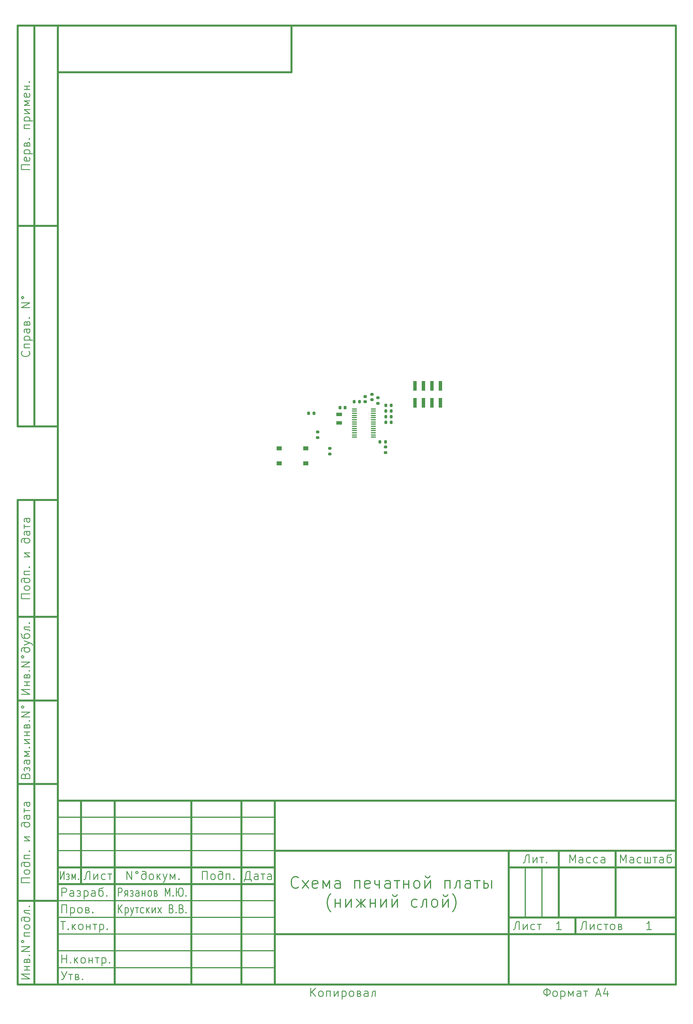
<source format=gbr>
%TF.GenerationSoftware,KiCad,Pcbnew,(6.0.0)*%
%TF.CreationDate,2022-01-12T10:47:11+03:00*%
%TF.ProjectId,Curse_PCB,43757273-655f-4504-9342-2e6b69636164,rev?*%
%TF.SameCoordinates,Original*%
%TF.FileFunction,Paste,Top*%
%TF.FilePolarity,Positive*%
%FSLAX46Y46*%
G04 Gerber Fmt 4.6, Leading zero omitted, Abs format (unit mm)*
G04 Created by KiCad (PCBNEW (6.0.0)) date 2022-01-12 10:47:11*
%MOMM*%
%LPD*%
G01*
G04 APERTURE LIST*
G04 Aperture macros list*
%AMRoundRect*
0 Rectangle with rounded corners*
0 $1 Rounding radius*
0 $2 $3 $4 $5 $6 $7 $8 $9 X,Y pos of 4 corners*
0 Add a 4 corners polygon primitive as box body*
4,1,4,$2,$3,$4,$5,$6,$7,$8,$9,$2,$3,0*
0 Add four circle primitives for the rounded corners*
1,1,$1+$1,$2,$3*
1,1,$1+$1,$4,$5*
1,1,$1+$1,$6,$7*
1,1,$1+$1,$8,$9*
0 Add four rect primitives between the rounded corners*
20,1,$1+$1,$2,$3,$4,$5,0*
20,1,$1+$1,$4,$5,$6,$7,0*
20,1,$1+$1,$6,$7,$8,$9,0*
20,1,$1+$1,$8,$9,$2,$3,0*%
G04 Aperture macros list end*
%ADD10C,0.100000*%
%ADD11C,0.600000*%
%ADD12C,0.300000*%
%ADD13C,0.250000*%
%ADD14C,0.350000*%
%ADD15C,0.500000*%
%ADD16R,1.800000X1.000000*%
%ADD17RoundRect,0.225000X0.225000X0.250000X-0.225000X0.250000X-0.225000X-0.250000X0.225000X-0.250000X0*%
%ADD18RoundRect,0.225000X0.250000X-0.225000X0.250000X0.225000X-0.250000X0.225000X-0.250000X-0.225000X0*%
%ADD19RoundRect,0.100000X-0.637500X-0.100000X0.637500X-0.100000X0.637500X0.100000X-0.637500X0.100000X0*%
%ADD20RoundRect,0.200000X-0.275000X0.200000X-0.275000X-0.200000X0.275000X-0.200000X0.275000X0.200000X0*%
%ADD21RoundRect,0.200000X0.200000X0.275000X-0.200000X0.275000X-0.200000X-0.275000X0.200000X-0.275000X0*%
%ADD22RoundRect,0.200000X0.275000X-0.200000X0.275000X0.200000X-0.275000X0.200000X-0.275000X-0.200000X0*%
%ADD23RoundRect,0.200000X-0.200000X-0.275000X0.200000X-0.275000X0.200000X0.275000X-0.200000X0.275000X0*%
%ADD24R,1.550000X1.300000*%
%ADD25R,1.000000X3.000000*%
G04 APERTURE END LIST*
D10*
D11*
X20000000Y-292002200D02*
X20000000Y-5000000D01*
X205007200Y-5000000D01*
X205007200Y-292002200D01*
X20000000Y-292002200D01*
D10*
D11*
X8000000Y-232002200D02*
X20000000Y-232002200D01*
D10*
D11*
X8000000Y-207002200D02*
X20000000Y-207002200D01*
D10*
D11*
X8000000Y-182002200D02*
X20000000Y-182002200D01*
D10*
D11*
X90000000Y-5000000D02*
X90000000Y-19000000D01*
D10*
D11*
X20000000Y-19000000D02*
X90000000Y-19000000D01*
D10*
D11*
X8000000Y-147002200D02*
X20000000Y-147002200D01*
D10*
D11*
X8000000Y-292002200D02*
X20000000Y-292002200D01*
D10*
D11*
X8000000Y-267002200D02*
X20000000Y-267002200D01*
D10*
D11*
X85007200Y-237002200D02*
X85007200Y-292002200D01*
D10*
D11*
X75007200Y-237002200D02*
X75007200Y-292002200D01*
D10*
D11*
X60007200Y-237002200D02*
X60007200Y-292002200D01*
D10*
D11*
X37007200Y-237002200D02*
X37007200Y-292002200D01*
D10*
D11*
X27007200Y-237002200D02*
X27007200Y-262002200D01*
D10*
D12*
X20007200Y-252002200D02*
X85007200Y-252002200D01*
D10*
D12*
X20007200Y-247002200D02*
X85007200Y-247002200D01*
D10*
D12*
X20007200Y-242002200D02*
X85007200Y-242002200D01*
D10*
D11*
X20007200Y-262002200D02*
X85007200Y-262002200D01*
D10*
D11*
X20007200Y-257002200D02*
X85007200Y-257002200D01*
D10*
D12*
X20007200Y-287002200D02*
X85007200Y-287002200D01*
D10*
D12*
X20007200Y-282002200D02*
X85007200Y-282002200D01*
D10*
D12*
X20007200Y-277002200D02*
X85007200Y-277002200D01*
D10*
D12*
X20007200Y-272002200D02*
X85007200Y-272002200D01*
D10*
D12*
X20007200Y-267002200D02*
X85007200Y-267002200D01*
D10*
D11*
X20007200Y-237002200D02*
X205007200Y-237002200D01*
D10*
D11*
X8000000Y-147002200D02*
X8000000Y-292002200D01*
D10*
D11*
X13000000Y-147002200D02*
X13000000Y-292002200D01*
D10*
D12*
X160007200Y-257002200D02*
X160007200Y-272002200D01*
D10*
D12*
X165007200Y-257002200D02*
X165007200Y-272002200D01*
D10*
D11*
X170007200Y-252002200D02*
X170007200Y-272002200D01*
D10*
D11*
X187007200Y-252002200D02*
X187007200Y-272002200D01*
D10*
D11*
X155007200Y-272002200D02*
X205007200Y-272002200D01*
D10*
D11*
X155007200Y-257002200D02*
X205007200Y-257002200D01*
D10*
D11*
X155007200Y-252002200D02*
X155007200Y-292002200D01*
D10*
D11*
X85007200Y-277002200D02*
X205007200Y-277002200D01*
D10*
D11*
X85007200Y-252002200D02*
X205007200Y-252002200D01*
D10*
D11*
X20007200Y-292002200D02*
X20007200Y-237002200D01*
D10*
D11*
X175007200Y-272002200D02*
X175007200Y-277002200D01*
D10*
D11*
X8000000Y-5002200D02*
X20000000Y-5002200D01*
D10*
D11*
X8000000Y-65002200D02*
X20000000Y-65002200D01*
D10*
D11*
X8000000Y-125002200D02*
X20000000Y-125002200D01*
D10*
D11*
X8000000Y-5002200D02*
X8000000Y-125002200D01*
D10*
D11*
X13000000Y-5002200D02*
X13000000Y-125002200D01*
D10*
D13*
X40709580Y-260633152D02*
X40709580Y-258133152D01*
X42138152Y-260633152D01*
X42138152Y-258133152D01*
X43685771Y-258133152D02*
X43447676Y-258252200D01*
X43328628Y-258490295D01*
X43447676Y-258728390D01*
X43685771Y-258847438D01*
X43923866Y-258728390D01*
X44042914Y-258490295D01*
X43923866Y-258252200D01*
X43685771Y-258133152D01*
X46423866Y-259204580D02*
X46304819Y-259085533D01*
X46066723Y-258966485D01*
X45590533Y-258966485D01*
X45352438Y-259085533D01*
X45233390Y-259204580D01*
X45114342Y-259442676D01*
X45114342Y-260156961D01*
X45233390Y-260395057D01*
X45352438Y-260514104D01*
X45590533Y-260633152D01*
X45947676Y-260633152D01*
X46185771Y-260514104D01*
X46304819Y-260395057D01*
X46423866Y-260156961D01*
X46423866Y-258609342D01*
X46304819Y-258371247D01*
X46185771Y-258252200D01*
X45947676Y-258133152D01*
X45471485Y-258133152D01*
X45233390Y-258252200D01*
X47852438Y-260633152D02*
X47614342Y-260514104D01*
X47495295Y-260395057D01*
X47376247Y-260156961D01*
X47376247Y-259442676D01*
X47495295Y-259204580D01*
X47614342Y-259085533D01*
X47852438Y-258966485D01*
X48209580Y-258966485D01*
X48447676Y-259085533D01*
X48566723Y-259204580D01*
X48685771Y-259442676D01*
X48685771Y-260156961D01*
X48566723Y-260395057D01*
X48447676Y-260514104D01*
X48209580Y-260633152D01*
X47852438Y-260633152D01*
X49757200Y-258966485D02*
X49757200Y-260633152D01*
X49995295Y-259680771D02*
X50709580Y-260633152D01*
X50709580Y-258966485D02*
X49757200Y-259918866D01*
X51542914Y-258966485D02*
X52138152Y-260633152D01*
X52733390Y-258966485D02*
X52138152Y-260633152D01*
X51900057Y-261228390D01*
X51781009Y-261347438D01*
X51542914Y-261466485D01*
X53685771Y-260633152D02*
X53685771Y-258966485D01*
X54400057Y-260276009D01*
X55114342Y-258966485D01*
X55114342Y-260633152D01*
X56304819Y-260395057D02*
X56423866Y-260514104D01*
X56304819Y-260633152D01*
X56185771Y-260514104D01*
X56304819Y-260395057D01*
X56304819Y-260633152D01*
D10*
D13*
X10321428Y-229561723D02*
X10440476Y-229204580D01*
X10559523Y-229085533D01*
X10797619Y-228966485D01*
X11154761Y-228966485D01*
X11392857Y-229085533D01*
X11511904Y-229204580D01*
X11630952Y-229442676D01*
X11630952Y-230395057D01*
X9130952Y-230395057D01*
X9130952Y-229561723D01*
X9250000Y-229323628D01*
X9369047Y-229204580D01*
X9607142Y-229085533D01*
X9845238Y-229085533D01*
X10083333Y-229204580D01*
X10202380Y-229323628D01*
X10321428Y-229561723D01*
X10321428Y-230395057D01*
X10797619Y-227656961D02*
X10797619Y-227418866D01*
X10083333Y-228133152D02*
X9964285Y-227895057D01*
X9964285Y-227418866D01*
X10083333Y-227180771D01*
X10321428Y-227061723D01*
X10440476Y-227061723D01*
X10678571Y-227180771D01*
X10797619Y-227418866D01*
X10916666Y-227180771D01*
X11154761Y-227061723D01*
X11273809Y-227061723D01*
X11511904Y-227180771D01*
X11630952Y-227418866D01*
X11630952Y-227895057D01*
X11511904Y-228133152D01*
X11630952Y-224918866D02*
X10321428Y-224918866D01*
X10083333Y-225037914D01*
X9964285Y-225276009D01*
X9964285Y-225752200D01*
X10083333Y-225990295D01*
X11511904Y-224918866D02*
X11630952Y-225156961D01*
X11630952Y-225752200D01*
X11511904Y-225990295D01*
X11273809Y-226109342D01*
X11035714Y-226109342D01*
X10797619Y-225990295D01*
X10678571Y-225752200D01*
X10678571Y-225156961D01*
X10559523Y-224918866D01*
X11630952Y-223728390D02*
X9964285Y-223728390D01*
X11273809Y-223014104D01*
X9964285Y-222299819D01*
X11630952Y-222299819D01*
X11392857Y-221109342D02*
X11511904Y-220990295D01*
X11630952Y-221109342D01*
X11511904Y-221228390D01*
X11392857Y-221109342D01*
X11630952Y-221109342D01*
X9964285Y-219918866D02*
X11630952Y-219918866D01*
X9964285Y-218728390D01*
X11630952Y-218728390D01*
X10797619Y-217537914D02*
X10797619Y-216466485D01*
X9964285Y-217537914D02*
X11630952Y-217537914D01*
X9964285Y-216466485D02*
X11630952Y-216466485D01*
X10797619Y-214680771D02*
X10916666Y-214323628D01*
X11154761Y-214204580D01*
X11273809Y-214204580D01*
X11511904Y-214323628D01*
X11630952Y-214561723D01*
X11630952Y-215276009D01*
X9964285Y-215276009D01*
X9964285Y-214680771D01*
X10083333Y-214442676D01*
X10321428Y-214323628D01*
X10440476Y-214323628D01*
X10678571Y-214442676D01*
X10797619Y-214680771D01*
X10797619Y-215276009D01*
X11392857Y-213133152D02*
X11511904Y-213014104D01*
X11630952Y-213133152D01*
X11511904Y-213252200D01*
X11392857Y-213133152D01*
X11630952Y-213133152D01*
X11630952Y-211942676D02*
X9130952Y-211942676D01*
X11630952Y-210514104D01*
X9130952Y-210514104D01*
X9130952Y-208966485D02*
X9250000Y-209204580D01*
X9488095Y-209323628D01*
X9726190Y-209204580D01*
X9845238Y-208966485D01*
X9726190Y-208728390D01*
X9488095Y-208609342D01*
X9250000Y-208728390D01*
X9130952Y-208966485D01*
D10*
D13*
X77983390Y-261228390D02*
X77983390Y-260633152D01*
X75840533Y-260633152D01*
X75840533Y-261228390D01*
X77507200Y-260633152D02*
X77507200Y-258133152D01*
X76911961Y-258133152D01*
X76673866Y-258252200D01*
X76554819Y-258371247D01*
X76435771Y-258609342D01*
X76197676Y-260633152D01*
X80007200Y-260633152D02*
X80007200Y-259323628D01*
X79888152Y-259085533D01*
X79650057Y-258966485D01*
X79173866Y-258966485D01*
X78935771Y-259085533D01*
X80007200Y-260514104D02*
X79769104Y-260633152D01*
X79173866Y-260633152D01*
X78935771Y-260514104D01*
X78816723Y-260276009D01*
X78816723Y-260037914D01*
X78935771Y-259799819D01*
X79173866Y-259680771D01*
X79769104Y-259680771D01*
X80007200Y-259561723D01*
X80840533Y-258966485D02*
X82031009Y-258966485D01*
X81435771Y-258966485D02*
X81435771Y-260633152D01*
X83935771Y-260633152D02*
X83935771Y-259323628D01*
X83816723Y-259085533D01*
X83578628Y-258966485D01*
X83102438Y-258966485D01*
X82864342Y-259085533D01*
X83935771Y-260514104D02*
X83697676Y-260633152D01*
X83102438Y-260633152D01*
X82864342Y-260514104D01*
X82745295Y-260276009D01*
X82745295Y-260037914D01*
X82864342Y-259799819D01*
X83102438Y-259680771D01*
X83697676Y-259680771D01*
X83935771Y-259561723D01*
D10*
D13*
X20822225Y-258133152D02*
X20822225Y-260633152D01*
X21896215Y-258133152D01*
X21896215Y-260633152D01*
X22970205Y-259799819D02*
X23149203Y-259799819D01*
X22612208Y-259085533D02*
X22791206Y-258966485D01*
X23149203Y-258966485D01*
X23328201Y-259085533D01*
X23417700Y-259323628D01*
X23417700Y-259442676D01*
X23328201Y-259680771D01*
X23149203Y-259799819D01*
X23328201Y-259918866D01*
X23417700Y-260156961D01*
X23417700Y-260276009D01*
X23328201Y-260514104D01*
X23149203Y-260633152D01*
X22791206Y-260633152D01*
X22612208Y-260514104D01*
X24223193Y-260633152D02*
X24223193Y-258966485D01*
X24760188Y-260276009D01*
X25297182Y-258966485D01*
X25297182Y-260633152D01*
X26192174Y-260395057D02*
X26281673Y-260514104D01*
X26192174Y-260633152D01*
X26102675Y-260514104D01*
X26192174Y-260395057D01*
X26192174Y-260633152D01*
D10*
D13*
X9130952Y-205156961D02*
X11630952Y-205156961D01*
X9130952Y-203728390D01*
X11630952Y-203728390D01*
X10797619Y-202537914D02*
X10797619Y-201466485D01*
X9964285Y-202537914D02*
X11630952Y-202537914D01*
X9964285Y-201466485D02*
X11630952Y-201466485D01*
X10797619Y-199680771D02*
X10916666Y-199323628D01*
X11154761Y-199204580D01*
X11273809Y-199204580D01*
X11511904Y-199323628D01*
X11630952Y-199561723D01*
X11630952Y-200276009D01*
X9964285Y-200276009D01*
X9964285Y-199680771D01*
X10083333Y-199442676D01*
X10321428Y-199323628D01*
X10440476Y-199323628D01*
X10678571Y-199442676D01*
X10797619Y-199680771D01*
X10797619Y-200276009D01*
X11392857Y-198133152D02*
X11511904Y-198014104D01*
X11630952Y-198133152D01*
X11511904Y-198252200D01*
X11392857Y-198133152D01*
X11630952Y-198133152D01*
X11630952Y-196942676D02*
X9130952Y-196942676D01*
X11630952Y-195514104D01*
X9130952Y-195514104D01*
X9130952Y-193966485D02*
X9250000Y-194204580D01*
X9488095Y-194323628D01*
X9726190Y-194204580D01*
X9845238Y-193966485D01*
X9726190Y-193728390D01*
X9488095Y-193609342D01*
X9250000Y-193728390D01*
X9130952Y-193966485D01*
X10202380Y-191228390D02*
X10083333Y-191347438D01*
X9964285Y-191585533D01*
X9964285Y-192061723D01*
X10083333Y-192299819D01*
X10202380Y-192418866D01*
X10440476Y-192537914D01*
X11154761Y-192537914D01*
X11392857Y-192418866D01*
X11511904Y-192299819D01*
X11630952Y-192061723D01*
X11630952Y-191704580D01*
X11511904Y-191466485D01*
X11392857Y-191347438D01*
X11154761Y-191228390D01*
X9607142Y-191228390D01*
X9369047Y-191347438D01*
X9250000Y-191466485D01*
X9130952Y-191704580D01*
X9130952Y-192180771D01*
X9250000Y-192418866D01*
X9964285Y-190395057D02*
X11630952Y-189799819D01*
X9964285Y-189204580D02*
X11630952Y-189799819D01*
X12226190Y-190037914D01*
X12345238Y-190156961D01*
X12464285Y-190395057D01*
X9011904Y-187061723D02*
X9130952Y-187180771D01*
X9250000Y-187418866D01*
X9250000Y-187895057D01*
X9369047Y-188133152D01*
X9488095Y-188252200D01*
X9726190Y-188371247D01*
X11154761Y-188371247D01*
X11392857Y-188252200D01*
X11511904Y-188133152D01*
X11630952Y-187895057D01*
X11630952Y-187537914D01*
X11511904Y-187299819D01*
X11392857Y-187180771D01*
X11154761Y-187061723D01*
X10440476Y-187061723D01*
X10202380Y-187180771D01*
X10083333Y-187299819D01*
X9964285Y-187537914D01*
X9964285Y-188014104D01*
X10083333Y-188252200D01*
X10202380Y-188371247D01*
X11630952Y-185037914D02*
X9964285Y-185037914D01*
X9964285Y-185395057D01*
X10083333Y-185633152D01*
X10321428Y-185752200D01*
X11273809Y-185871247D01*
X11511904Y-185990295D01*
X11630952Y-186228390D01*
X11392857Y-183847438D02*
X11511904Y-183728390D01*
X11630952Y-183847438D01*
X11511904Y-183966485D01*
X11392857Y-183847438D01*
X11630952Y-183847438D01*
D10*
D13*
X9130952Y-290335533D02*
X11630952Y-290335533D01*
X9130952Y-288906961D01*
X11630952Y-288906961D01*
X10797619Y-287716485D02*
X10797619Y-286645057D01*
X9964285Y-287716485D02*
X11630952Y-287716485D01*
X9964285Y-286645057D02*
X11630952Y-286645057D01*
X10797619Y-284859342D02*
X10916666Y-284502200D01*
X11154761Y-284383152D01*
X11273809Y-284383152D01*
X11511904Y-284502200D01*
X11630952Y-284740295D01*
X11630952Y-285454580D01*
X9964285Y-285454580D01*
X9964285Y-284859342D01*
X10083333Y-284621247D01*
X10321428Y-284502200D01*
X10440476Y-284502200D01*
X10678571Y-284621247D01*
X10797619Y-284859342D01*
X10797619Y-285454580D01*
X11392857Y-283311723D02*
X11511904Y-283192676D01*
X11630952Y-283311723D01*
X11511904Y-283430771D01*
X11392857Y-283311723D01*
X11630952Y-283311723D01*
X11630952Y-282121247D02*
X9130952Y-282121247D01*
X11630952Y-280692676D01*
X9130952Y-280692676D01*
X9130952Y-279145057D02*
X9250000Y-279383152D01*
X9488095Y-279502200D01*
X9726190Y-279383152D01*
X9845238Y-279145057D01*
X9726190Y-278906961D01*
X9488095Y-278787914D01*
X9250000Y-278906961D01*
X9130952Y-279145057D01*
X11630952Y-277597438D02*
X9964285Y-277597438D01*
X9964285Y-276526009D01*
X11630952Y-276526009D01*
X11630952Y-274978390D02*
X11511904Y-275216485D01*
X11392857Y-275335533D01*
X11154761Y-275454580D01*
X10440476Y-275454580D01*
X10202380Y-275335533D01*
X10083333Y-275216485D01*
X9964285Y-274978390D01*
X9964285Y-274621247D01*
X10083333Y-274383152D01*
X10202380Y-274264104D01*
X10440476Y-274145057D01*
X11154761Y-274145057D01*
X11392857Y-274264104D01*
X11511904Y-274383152D01*
X11630952Y-274621247D01*
X11630952Y-274978390D01*
X10202380Y-271883152D02*
X10083333Y-272002200D01*
X9964285Y-272240295D01*
X9964285Y-272716485D01*
X10083333Y-272954580D01*
X10202380Y-273073628D01*
X10440476Y-273192676D01*
X11154761Y-273192676D01*
X11392857Y-273073628D01*
X11511904Y-272954580D01*
X11630952Y-272716485D01*
X11630952Y-272359342D01*
X11511904Y-272121247D01*
X11392857Y-272002200D01*
X11154761Y-271883152D01*
X9607142Y-271883152D01*
X9369047Y-272002200D01*
X9250000Y-272121247D01*
X9130952Y-272359342D01*
X9130952Y-272835533D01*
X9250000Y-273073628D01*
X11630952Y-269859342D02*
X9964285Y-269859342D01*
X9964285Y-270216485D01*
X10083333Y-270454580D01*
X10321428Y-270573628D01*
X11273809Y-270692676D01*
X11511904Y-270811723D01*
X11630952Y-271049819D01*
X11392857Y-268668866D02*
X11511904Y-268549819D01*
X11630952Y-268668866D01*
X11511904Y-268787914D01*
X11392857Y-268668866D01*
X11630952Y-268668866D01*
D10*
D13*
X95727438Y-295633152D02*
X95727438Y-293133152D01*
X97156009Y-295633152D02*
X96084580Y-294204580D01*
X97156009Y-293133152D02*
X95727438Y-294561723D01*
X98584580Y-295633152D02*
X98346485Y-295514104D01*
X98227438Y-295395057D01*
X98108390Y-295156961D01*
X98108390Y-294442676D01*
X98227438Y-294204580D01*
X98346485Y-294085533D01*
X98584580Y-293966485D01*
X98941723Y-293966485D01*
X99179819Y-294085533D01*
X99298866Y-294204580D01*
X99417914Y-294442676D01*
X99417914Y-295156961D01*
X99298866Y-295395057D01*
X99179819Y-295514104D01*
X98941723Y-295633152D01*
X98584580Y-295633152D01*
X100489342Y-295633152D02*
X100489342Y-293966485D01*
X101560771Y-293966485D01*
X101560771Y-295633152D01*
X102751247Y-293966485D02*
X102751247Y-295633152D01*
X103941723Y-293966485D01*
X103941723Y-295633152D01*
X105132200Y-293966485D02*
X105132200Y-296466485D01*
X105132200Y-294085533D02*
X105370295Y-293966485D01*
X105846485Y-293966485D01*
X106084580Y-294085533D01*
X106203628Y-294204580D01*
X106322676Y-294442676D01*
X106322676Y-295156961D01*
X106203628Y-295395057D01*
X106084580Y-295514104D01*
X105846485Y-295633152D01*
X105370295Y-295633152D01*
X105132200Y-295514104D01*
X107751247Y-295633152D02*
X107513152Y-295514104D01*
X107394104Y-295395057D01*
X107275057Y-295156961D01*
X107275057Y-294442676D01*
X107394104Y-294204580D01*
X107513152Y-294085533D01*
X107751247Y-293966485D01*
X108108390Y-293966485D01*
X108346485Y-294085533D01*
X108465533Y-294204580D01*
X108584580Y-294442676D01*
X108584580Y-295156961D01*
X108465533Y-295395057D01*
X108346485Y-295514104D01*
X108108390Y-295633152D01*
X107751247Y-295633152D01*
X110251247Y-294799819D02*
X110608390Y-294918866D01*
X110727438Y-295156961D01*
X110727438Y-295276009D01*
X110608390Y-295514104D01*
X110370295Y-295633152D01*
X109656009Y-295633152D01*
X109656009Y-293966485D01*
X110251247Y-293966485D01*
X110489342Y-294085533D01*
X110608390Y-294323628D01*
X110608390Y-294442676D01*
X110489342Y-294680771D01*
X110251247Y-294799819D01*
X109656009Y-294799819D01*
X112870295Y-295633152D02*
X112870295Y-294323628D01*
X112751247Y-294085533D01*
X112513152Y-293966485D01*
X112036961Y-293966485D01*
X111798866Y-294085533D01*
X112870295Y-295514104D02*
X112632200Y-295633152D01*
X112036961Y-295633152D01*
X111798866Y-295514104D01*
X111679819Y-295276009D01*
X111679819Y-295037914D01*
X111798866Y-294799819D01*
X112036961Y-294680771D01*
X112632200Y-294680771D01*
X112870295Y-294561723D01*
X115013152Y-295633152D02*
X115013152Y-293966485D01*
X114656009Y-293966485D01*
X114417914Y-294085533D01*
X114298866Y-294323628D01*
X114179819Y-295276009D01*
X114060771Y-295514104D01*
X113822676Y-295633152D01*
D10*
D13*
X158156009Y-275633152D02*
X158156009Y-273133152D01*
X157798866Y-273133152D01*
X157441723Y-273252200D01*
X157203628Y-273490295D01*
X157084580Y-273847438D01*
X156846485Y-275276009D01*
X156727438Y-275514104D01*
X156489342Y-275633152D01*
X156370295Y-275633152D01*
X159346485Y-273966485D02*
X159346485Y-275633152D01*
X160536961Y-273966485D01*
X160536961Y-275633152D01*
X162798866Y-275514104D02*
X162560771Y-275633152D01*
X162084580Y-275633152D01*
X161846485Y-275514104D01*
X161727438Y-275395057D01*
X161608390Y-275156961D01*
X161608390Y-274442676D01*
X161727438Y-274204580D01*
X161846485Y-274085533D01*
X162084580Y-273966485D01*
X162560771Y-273966485D01*
X162798866Y-274085533D01*
X163513152Y-273966485D02*
X164703628Y-273966485D01*
X164108390Y-273966485D02*
X164108390Y-275633152D01*
D10*
D13*
X29626247Y-260633152D02*
X29626247Y-258133152D01*
X29269104Y-258133152D01*
X28911961Y-258252200D01*
X28673866Y-258490295D01*
X28554819Y-258847438D01*
X28316723Y-260276009D01*
X28197676Y-260514104D01*
X27959580Y-260633152D01*
X27840533Y-260633152D01*
X30816723Y-258966485D02*
X30816723Y-260633152D01*
X32007200Y-258966485D01*
X32007200Y-260633152D01*
X34269104Y-260514104D02*
X34031009Y-260633152D01*
X33554819Y-260633152D01*
X33316723Y-260514104D01*
X33197676Y-260395057D01*
X33078628Y-260156961D01*
X33078628Y-259442676D01*
X33197676Y-259204580D01*
X33316723Y-259085533D01*
X33554819Y-258966485D01*
X34031009Y-258966485D01*
X34269104Y-259085533D01*
X34983390Y-258966485D02*
X36173866Y-258966485D01*
X35578628Y-258966485D02*
X35578628Y-260633152D01*
D10*
D13*
X178156009Y-275633152D02*
X178156009Y-273133152D01*
X177798866Y-273133152D01*
X177441723Y-273252200D01*
X177203628Y-273490295D01*
X177084580Y-273847438D01*
X176846485Y-275276009D01*
X176727438Y-275514104D01*
X176489342Y-275633152D01*
X176370295Y-275633152D01*
X179346485Y-273966485D02*
X179346485Y-275633152D01*
X180536961Y-273966485D01*
X180536961Y-275633152D01*
X182798866Y-275514104D02*
X182560771Y-275633152D01*
X182084580Y-275633152D01*
X181846485Y-275514104D01*
X181727438Y-275395057D01*
X181608390Y-275156961D01*
X181608390Y-274442676D01*
X181727438Y-274204580D01*
X181846485Y-274085533D01*
X182084580Y-273966485D01*
X182560771Y-273966485D01*
X182798866Y-274085533D01*
X183513152Y-273966485D02*
X184703628Y-273966485D01*
X184108390Y-273966485D02*
X184108390Y-275633152D01*
X185894104Y-275633152D02*
X185656009Y-275514104D01*
X185536961Y-275395057D01*
X185417914Y-275156961D01*
X185417914Y-274442676D01*
X185536961Y-274204580D01*
X185656009Y-274085533D01*
X185894104Y-273966485D01*
X186251247Y-273966485D01*
X186489342Y-274085533D01*
X186608390Y-274204580D01*
X186727438Y-274442676D01*
X186727438Y-275156961D01*
X186608390Y-275395057D01*
X186489342Y-275514104D01*
X186251247Y-275633152D01*
X185894104Y-275633152D01*
X188394104Y-274799819D02*
X188751247Y-274918866D01*
X188870295Y-275156961D01*
X188870295Y-275276009D01*
X188751247Y-275514104D01*
X188513152Y-275633152D01*
X187798866Y-275633152D01*
X187798866Y-273966485D01*
X188394104Y-273966485D01*
X188632200Y-274085533D01*
X188751247Y-274323628D01*
X188751247Y-274442676D01*
X188632200Y-274680771D01*
X188394104Y-274799819D01*
X187798866Y-274799819D01*
D10*
D13*
X161102438Y-255633152D02*
X161102438Y-253133152D01*
X160745295Y-253133152D01*
X160388152Y-253252200D01*
X160150057Y-253490295D01*
X160031009Y-253847438D01*
X159792914Y-255276009D01*
X159673866Y-255514104D01*
X159435771Y-255633152D01*
X159316723Y-255633152D01*
X162292914Y-253966485D02*
X162292914Y-255633152D01*
X163483390Y-253966485D01*
X163483390Y-255633152D01*
X164316723Y-253966485D02*
X165507200Y-253966485D01*
X164911961Y-253966485D02*
X164911961Y-255633152D01*
X166340533Y-255395057D02*
X166459580Y-255514104D01*
X166340533Y-255633152D01*
X166221485Y-255514104D01*
X166340533Y-255395057D01*
X166340533Y-255633152D01*
D10*
D13*
X173269104Y-255633152D02*
X173269104Y-253133152D01*
X174102438Y-254918866D01*
X174935771Y-253133152D01*
X174935771Y-255633152D01*
X177197676Y-255633152D02*
X177197676Y-254323628D01*
X177078628Y-254085533D01*
X176840533Y-253966485D01*
X176364342Y-253966485D01*
X176126247Y-254085533D01*
X177197676Y-255514104D02*
X176959580Y-255633152D01*
X176364342Y-255633152D01*
X176126247Y-255514104D01*
X176007200Y-255276009D01*
X176007200Y-255037914D01*
X176126247Y-254799819D01*
X176364342Y-254680771D01*
X176959580Y-254680771D01*
X177197676Y-254561723D01*
X179459580Y-255514104D02*
X179221485Y-255633152D01*
X178745295Y-255633152D01*
X178507200Y-255514104D01*
X178388152Y-255395057D01*
X178269104Y-255156961D01*
X178269104Y-254442676D01*
X178388152Y-254204580D01*
X178507200Y-254085533D01*
X178745295Y-253966485D01*
X179221485Y-253966485D01*
X179459580Y-254085533D01*
X181602438Y-255514104D02*
X181364342Y-255633152D01*
X180888152Y-255633152D01*
X180650057Y-255514104D01*
X180531009Y-255395057D01*
X180411961Y-255156961D01*
X180411961Y-254442676D01*
X180531009Y-254204580D01*
X180650057Y-254085533D01*
X180888152Y-253966485D01*
X181364342Y-253966485D01*
X181602438Y-254085533D01*
X183745295Y-255633152D02*
X183745295Y-254323628D01*
X183626247Y-254085533D01*
X183388152Y-253966485D01*
X182911961Y-253966485D01*
X182673866Y-254085533D01*
X183745295Y-255514104D02*
X183507200Y-255633152D01*
X182911961Y-255633152D01*
X182673866Y-255514104D01*
X182554819Y-255276009D01*
X182554819Y-255037914D01*
X182673866Y-254799819D01*
X182911961Y-254680771D01*
X183507200Y-254680771D01*
X183745295Y-254561723D01*
D10*
D13*
X188447676Y-255633152D02*
X188447676Y-253133152D01*
X189281009Y-254918866D01*
X190114342Y-253133152D01*
X190114342Y-255633152D01*
X192376247Y-255633152D02*
X192376247Y-254323628D01*
X192257200Y-254085533D01*
X192019104Y-253966485D01*
X191542914Y-253966485D01*
X191304819Y-254085533D01*
X192376247Y-255514104D02*
X192138152Y-255633152D01*
X191542914Y-255633152D01*
X191304819Y-255514104D01*
X191185771Y-255276009D01*
X191185771Y-255037914D01*
X191304819Y-254799819D01*
X191542914Y-254680771D01*
X192138152Y-254680771D01*
X192376247Y-254561723D01*
X194638152Y-255514104D02*
X194400057Y-255633152D01*
X193923866Y-255633152D01*
X193685771Y-255514104D01*
X193566723Y-255395057D01*
X193447676Y-255156961D01*
X193447676Y-254442676D01*
X193566723Y-254204580D01*
X193685771Y-254085533D01*
X193923866Y-253966485D01*
X194400057Y-253966485D01*
X194638152Y-254085533D01*
X196542914Y-253966485D02*
X196542914Y-255633152D01*
X195709580Y-253966485D02*
X195709580Y-255633152D01*
X197376247Y-255633152D01*
X197376247Y-253966485D01*
X198209580Y-253966485D02*
X199400057Y-253966485D01*
X198804819Y-253966485D02*
X198804819Y-255633152D01*
X201304819Y-255633152D02*
X201304819Y-254323628D01*
X201185771Y-254085533D01*
X200947676Y-253966485D01*
X200471485Y-253966485D01*
X200233390Y-254085533D01*
X201304819Y-255514104D02*
X201066723Y-255633152D01*
X200471485Y-255633152D01*
X200233390Y-255514104D01*
X200114342Y-255276009D01*
X200114342Y-255037914D01*
X200233390Y-254799819D01*
X200471485Y-254680771D01*
X201066723Y-254680771D01*
X201304819Y-254561723D01*
X203685771Y-253014104D02*
X203566723Y-253133152D01*
X203328628Y-253252200D01*
X202852438Y-253252200D01*
X202614342Y-253371247D01*
X202495295Y-253490295D01*
X202376247Y-253728390D01*
X202376247Y-255156961D01*
X202495295Y-255395057D01*
X202614342Y-255514104D01*
X202852438Y-255633152D01*
X203209580Y-255633152D01*
X203447676Y-255514104D01*
X203566723Y-255395057D01*
X203685771Y-255156961D01*
X203685771Y-254442676D01*
X203566723Y-254204580D01*
X203447676Y-254085533D01*
X203209580Y-253966485D01*
X202733390Y-253966485D01*
X202495295Y-254085533D01*
X202376247Y-254204580D01*
D10*
D13*
X21227438Y-285633152D02*
X21227438Y-283133152D01*
X21227438Y-284323628D02*
X22656009Y-284323628D01*
X22656009Y-285633152D02*
X22656009Y-283133152D01*
X23846485Y-285395057D02*
X23965533Y-285514104D01*
X23846485Y-285633152D01*
X23727438Y-285514104D01*
X23846485Y-285395057D01*
X23846485Y-285633152D01*
X25036961Y-283966485D02*
X25036961Y-285633152D01*
X25275057Y-284680771D02*
X25989342Y-285633152D01*
X25989342Y-283966485D02*
X25036961Y-284918866D01*
X27417914Y-285633152D02*
X27179819Y-285514104D01*
X27060771Y-285395057D01*
X26941723Y-285156961D01*
X26941723Y-284442676D01*
X27060771Y-284204580D01*
X27179819Y-284085533D01*
X27417914Y-283966485D01*
X27775057Y-283966485D01*
X28013152Y-284085533D01*
X28132200Y-284204580D01*
X28251247Y-284442676D01*
X28251247Y-285156961D01*
X28132200Y-285395057D01*
X28013152Y-285514104D01*
X27775057Y-285633152D01*
X27417914Y-285633152D01*
X29322676Y-284799819D02*
X30394104Y-284799819D01*
X29322676Y-283966485D02*
X29322676Y-285633152D01*
X30394104Y-283966485D02*
X30394104Y-285633152D01*
X31227438Y-283966485D02*
X32417914Y-283966485D01*
X31822676Y-283966485D02*
X31822676Y-285633152D01*
X33251247Y-283966485D02*
X33251247Y-286466485D01*
X33251247Y-284085533D02*
X33489342Y-283966485D01*
X33965533Y-283966485D01*
X34203628Y-284085533D01*
X34322676Y-284204580D01*
X34441723Y-284442676D01*
X34441723Y-285156961D01*
X34322676Y-285395057D01*
X34203628Y-285514104D01*
X33965533Y-285633152D01*
X33489342Y-285633152D01*
X33251247Y-285514104D01*
X35513152Y-285395057D02*
X35632200Y-285514104D01*
X35513152Y-285633152D01*
X35394104Y-285514104D01*
X35513152Y-285395057D01*
X35513152Y-285633152D01*
D10*
D13*
X11630952Y-48097438D02*
X9130952Y-48097438D01*
X9130952Y-46668866D01*
X11630952Y-46668866D01*
X11511904Y-44526009D02*
X11630952Y-44764104D01*
X11630952Y-45240295D01*
X11511904Y-45478390D01*
X11273809Y-45597438D01*
X10321428Y-45597438D01*
X10083333Y-45478390D01*
X9964285Y-45240295D01*
X9964285Y-44764104D01*
X10083333Y-44526009D01*
X10321428Y-44406961D01*
X10559523Y-44406961D01*
X10797619Y-45597438D01*
X9964285Y-43335533D02*
X12464285Y-43335533D01*
X10083333Y-43335533D02*
X9964285Y-43097438D01*
X9964285Y-42621247D01*
X10083333Y-42383152D01*
X10202380Y-42264104D01*
X10440476Y-42145057D01*
X11154761Y-42145057D01*
X11392857Y-42264104D01*
X11511904Y-42383152D01*
X11630952Y-42621247D01*
X11630952Y-43097438D01*
X11511904Y-43335533D01*
X10797619Y-40478390D02*
X10916666Y-40121247D01*
X11154761Y-40002200D01*
X11273809Y-40002200D01*
X11511904Y-40121247D01*
X11630952Y-40359342D01*
X11630952Y-41073628D01*
X9964285Y-41073628D01*
X9964285Y-40478390D01*
X10083333Y-40240295D01*
X10321428Y-40121247D01*
X10440476Y-40121247D01*
X10678571Y-40240295D01*
X10797619Y-40478390D01*
X10797619Y-41073628D01*
X11392857Y-38930771D02*
X11511904Y-38811723D01*
X11630952Y-38930771D01*
X11511904Y-39049819D01*
X11392857Y-38930771D01*
X11630952Y-38930771D01*
X11630952Y-35835533D02*
X9964285Y-35835533D01*
X9964285Y-34764104D01*
X11630952Y-34764104D01*
X9964285Y-33573628D02*
X12464285Y-33573628D01*
X10083333Y-33573628D02*
X9964285Y-33335533D01*
X9964285Y-32859342D01*
X10083333Y-32621247D01*
X10202380Y-32502200D01*
X10440476Y-32383152D01*
X11154761Y-32383152D01*
X11392857Y-32502200D01*
X11511904Y-32621247D01*
X11630952Y-32859342D01*
X11630952Y-33335533D01*
X11511904Y-33573628D01*
X9964285Y-31311723D02*
X11630952Y-31311723D01*
X9964285Y-30121247D01*
X11630952Y-30121247D01*
X11630952Y-28930771D02*
X9964285Y-28930771D01*
X11273809Y-28216485D01*
X9964285Y-27502200D01*
X11630952Y-27502200D01*
X11511904Y-25359342D02*
X11630952Y-25597438D01*
X11630952Y-26073628D01*
X11511904Y-26311723D01*
X11273809Y-26430771D01*
X10321428Y-26430771D01*
X10083333Y-26311723D01*
X9964285Y-26073628D01*
X9964285Y-25597438D01*
X10083333Y-25359342D01*
X10321428Y-25240295D01*
X10559523Y-25240295D01*
X10797619Y-26430771D01*
X10797619Y-24168866D02*
X10797619Y-23097438D01*
X9964285Y-24168866D02*
X11630952Y-24168866D01*
X9964285Y-23097438D02*
X11630952Y-23097438D01*
X11392857Y-21906961D02*
X11511904Y-21787914D01*
X11630952Y-21906961D01*
X11511904Y-22026009D01*
X11392857Y-21906961D01*
X11630952Y-21906961D01*
D10*
D13*
X11630952Y-261526009D02*
X9130952Y-261526009D01*
X9130952Y-260097438D01*
X11630952Y-260097438D01*
X11630952Y-258549819D02*
X11511904Y-258787914D01*
X11392857Y-258906961D01*
X11154761Y-259026009D01*
X10440476Y-259026009D01*
X10202380Y-258906961D01*
X10083333Y-258787914D01*
X9964285Y-258549819D01*
X9964285Y-258192676D01*
X10083333Y-257954580D01*
X10202380Y-257835533D01*
X10440476Y-257716485D01*
X11154761Y-257716485D01*
X11392857Y-257835533D01*
X11511904Y-257954580D01*
X11630952Y-258192676D01*
X11630952Y-258549819D01*
X10202380Y-255454580D02*
X10083333Y-255573628D01*
X9964285Y-255811723D01*
X9964285Y-256287914D01*
X10083333Y-256526009D01*
X10202380Y-256645057D01*
X10440476Y-256764104D01*
X11154761Y-256764104D01*
X11392857Y-256645057D01*
X11511904Y-256526009D01*
X11630952Y-256287914D01*
X11630952Y-255930771D01*
X11511904Y-255692676D01*
X11392857Y-255573628D01*
X11154761Y-255454580D01*
X9607142Y-255454580D01*
X9369047Y-255573628D01*
X9250000Y-255692676D01*
X9130952Y-255930771D01*
X9130952Y-256406961D01*
X9250000Y-256645057D01*
X11630952Y-254383152D02*
X9964285Y-254383152D01*
X9964285Y-253311723D01*
X11630952Y-253311723D01*
X11392857Y-252121247D02*
X11511904Y-252002200D01*
X11630952Y-252121247D01*
X11511904Y-252240295D01*
X11392857Y-252121247D01*
X11630952Y-252121247D01*
X9964285Y-249026009D02*
X11630952Y-249026009D01*
X9964285Y-247835533D01*
X11630952Y-247835533D01*
X10202380Y-243549819D02*
X10083333Y-243668866D01*
X9964285Y-243906961D01*
X9964285Y-244383152D01*
X10083333Y-244621247D01*
X10202380Y-244740295D01*
X10440476Y-244859342D01*
X11154761Y-244859342D01*
X11392857Y-244740295D01*
X11511904Y-244621247D01*
X11630952Y-244383152D01*
X11630952Y-244026009D01*
X11511904Y-243787914D01*
X11392857Y-243668866D01*
X11154761Y-243549819D01*
X9607142Y-243549819D01*
X9369047Y-243668866D01*
X9250000Y-243787914D01*
X9130952Y-244026009D01*
X9130952Y-244502200D01*
X9250000Y-244740295D01*
X11630952Y-241406961D02*
X10321428Y-241406961D01*
X10083333Y-241526009D01*
X9964285Y-241764104D01*
X9964285Y-242240295D01*
X10083333Y-242478390D01*
X11511904Y-241406961D02*
X11630952Y-241645057D01*
X11630952Y-242240295D01*
X11511904Y-242478390D01*
X11273809Y-242597438D01*
X11035714Y-242597438D01*
X10797619Y-242478390D01*
X10678571Y-242240295D01*
X10678571Y-241645057D01*
X10559523Y-241406961D01*
X9964285Y-240573628D02*
X9964285Y-239383152D01*
X9964285Y-239978390D02*
X11630952Y-239978390D01*
X11630952Y-237478390D02*
X10321428Y-237478390D01*
X10083333Y-237597438D01*
X9964285Y-237835533D01*
X9964285Y-238311723D01*
X10083333Y-238549819D01*
X11511904Y-237478390D02*
X11630952Y-237716485D01*
X11630952Y-238311723D01*
X11511904Y-238549819D01*
X11273809Y-238668866D01*
X11035714Y-238668866D01*
X10797619Y-238549819D01*
X10678571Y-238311723D01*
X10678571Y-237716485D01*
X10559523Y-237478390D01*
D10*
D13*
X11630952Y-176526009D02*
X9130952Y-176526009D01*
X9130952Y-175097438D01*
X11630952Y-175097438D01*
X11630952Y-173549819D02*
X11511904Y-173787914D01*
X11392857Y-173906961D01*
X11154761Y-174026009D01*
X10440476Y-174026009D01*
X10202380Y-173906961D01*
X10083333Y-173787914D01*
X9964285Y-173549819D01*
X9964285Y-173192676D01*
X10083333Y-172954580D01*
X10202380Y-172835533D01*
X10440476Y-172716485D01*
X11154761Y-172716485D01*
X11392857Y-172835533D01*
X11511904Y-172954580D01*
X11630952Y-173192676D01*
X11630952Y-173549819D01*
X10202380Y-170454580D02*
X10083333Y-170573628D01*
X9964285Y-170811723D01*
X9964285Y-171287914D01*
X10083333Y-171526009D01*
X10202380Y-171645057D01*
X10440476Y-171764104D01*
X11154761Y-171764104D01*
X11392857Y-171645057D01*
X11511904Y-171526009D01*
X11630952Y-171287914D01*
X11630952Y-170930771D01*
X11511904Y-170692676D01*
X11392857Y-170573628D01*
X11154761Y-170454580D01*
X9607142Y-170454580D01*
X9369047Y-170573628D01*
X9250000Y-170692676D01*
X9130952Y-170930771D01*
X9130952Y-171406961D01*
X9250000Y-171645057D01*
X11630952Y-169383152D02*
X9964285Y-169383152D01*
X9964285Y-168311723D01*
X11630952Y-168311723D01*
X11392857Y-167121247D02*
X11511904Y-167002200D01*
X11630952Y-167121247D01*
X11511904Y-167240295D01*
X11392857Y-167121247D01*
X11630952Y-167121247D01*
X9964285Y-164026009D02*
X11630952Y-164026009D01*
X9964285Y-162835533D01*
X11630952Y-162835533D01*
X10202380Y-158549819D02*
X10083333Y-158668866D01*
X9964285Y-158906961D01*
X9964285Y-159383152D01*
X10083333Y-159621247D01*
X10202380Y-159740295D01*
X10440476Y-159859342D01*
X11154761Y-159859342D01*
X11392857Y-159740295D01*
X11511904Y-159621247D01*
X11630952Y-159383152D01*
X11630952Y-159026009D01*
X11511904Y-158787914D01*
X11392857Y-158668866D01*
X11154761Y-158549819D01*
X9607142Y-158549819D01*
X9369047Y-158668866D01*
X9250000Y-158787914D01*
X9130952Y-159026009D01*
X9130952Y-159502200D01*
X9250000Y-159740295D01*
X11630952Y-156406961D02*
X10321428Y-156406961D01*
X10083333Y-156526009D01*
X9964285Y-156764104D01*
X9964285Y-157240295D01*
X10083333Y-157478390D01*
X11511904Y-156406961D02*
X11630952Y-156645057D01*
X11630952Y-157240295D01*
X11511904Y-157478390D01*
X11273809Y-157597438D01*
X11035714Y-157597438D01*
X10797619Y-157478390D01*
X10678571Y-157240295D01*
X10678571Y-156645057D01*
X10559523Y-156406961D01*
X9964285Y-155573628D02*
X9964285Y-154383152D01*
X9964285Y-154978390D02*
X11630952Y-154978390D01*
X11630952Y-152478390D02*
X10321428Y-152478390D01*
X10083333Y-152597438D01*
X9964285Y-152835533D01*
X9964285Y-153311723D01*
X10083333Y-153549819D01*
X11511904Y-152478390D02*
X11630952Y-152716485D01*
X11630952Y-153311723D01*
X11511904Y-153549819D01*
X11273809Y-153668866D01*
X11035714Y-153668866D01*
X10797619Y-153549819D01*
X10678571Y-153311723D01*
X10678571Y-152716485D01*
X10559523Y-152478390D01*
D10*
D13*
X63304819Y-260633152D02*
X63304819Y-258133152D01*
X64733390Y-258133152D01*
X64733390Y-260633152D01*
X66281009Y-260633152D02*
X66042914Y-260514104D01*
X65923866Y-260395057D01*
X65804819Y-260156961D01*
X65804819Y-259442676D01*
X65923866Y-259204580D01*
X66042914Y-259085533D01*
X66281009Y-258966485D01*
X66638152Y-258966485D01*
X66876247Y-259085533D01*
X66995295Y-259204580D01*
X67114342Y-259442676D01*
X67114342Y-260156961D01*
X66995295Y-260395057D01*
X66876247Y-260514104D01*
X66638152Y-260633152D01*
X66281009Y-260633152D01*
X69376247Y-259204580D02*
X69257200Y-259085533D01*
X69019104Y-258966485D01*
X68542914Y-258966485D01*
X68304819Y-259085533D01*
X68185771Y-259204580D01*
X68066723Y-259442676D01*
X68066723Y-260156961D01*
X68185771Y-260395057D01*
X68304819Y-260514104D01*
X68542914Y-260633152D01*
X68900057Y-260633152D01*
X69138152Y-260514104D01*
X69257200Y-260395057D01*
X69376247Y-260156961D01*
X69376247Y-258609342D01*
X69257200Y-258371247D01*
X69138152Y-258252200D01*
X68900057Y-258133152D01*
X68423866Y-258133152D01*
X68185771Y-258252200D01*
X70447676Y-260633152D02*
X70447676Y-258966485D01*
X71519104Y-258966485D01*
X71519104Y-260633152D01*
X72709580Y-260395057D02*
X72828628Y-260514104D01*
X72709580Y-260633152D01*
X72590533Y-260514104D01*
X72709580Y-260395057D01*
X72709580Y-260633152D01*
D10*
D13*
X21227438Y-270633152D02*
X21227438Y-268133152D01*
X22656009Y-268133152D01*
X22656009Y-270633152D01*
X23846485Y-268966485D02*
X23846485Y-271466485D01*
X23846485Y-269085533D02*
X24084580Y-268966485D01*
X24560771Y-268966485D01*
X24798866Y-269085533D01*
X24917914Y-269204580D01*
X25036961Y-269442676D01*
X25036961Y-270156961D01*
X24917914Y-270395057D01*
X24798866Y-270514104D01*
X24560771Y-270633152D01*
X24084580Y-270633152D01*
X23846485Y-270514104D01*
X26465533Y-270633152D02*
X26227438Y-270514104D01*
X26108390Y-270395057D01*
X25989342Y-270156961D01*
X25989342Y-269442676D01*
X26108390Y-269204580D01*
X26227438Y-269085533D01*
X26465533Y-268966485D01*
X26822676Y-268966485D01*
X27060771Y-269085533D01*
X27179819Y-269204580D01*
X27298866Y-269442676D01*
X27298866Y-270156961D01*
X27179819Y-270395057D01*
X27060771Y-270514104D01*
X26822676Y-270633152D01*
X26465533Y-270633152D01*
X28965533Y-269799819D02*
X29322676Y-269918866D01*
X29441723Y-270156961D01*
X29441723Y-270276009D01*
X29322676Y-270514104D01*
X29084580Y-270633152D01*
X28370295Y-270633152D01*
X28370295Y-268966485D01*
X28965533Y-268966485D01*
X29203628Y-269085533D01*
X29322676Y-269323628D01*
X29322676Y-269442676D01*
X29203628Y-269680771D01*
X28965533Y-269799819D01*
X28370295Y-269799819D01*
X30513152Y-270395057D02*
X30632200Y-270514104D01*
X30513152Y-270633152D01*
X30394104Y-270514104D01*
X30513152Y-270395057D01*
X30513152Y-270633152D01*
D10*
D13*
X21227438Y-265633152D02*
X21227438Y-263133152D01*
X22179819Y-263133152D01*
X22417914Y-263252200D01*
X22536961Y-263371247D01*
X22656009Y-263609342D01*
X22656009Y-263966485D01*
X22536961Y-264204580D01*
X22417914Y-264323628D01*
X22179819Y-264442676D01*
X21227438Y-264442676D01*
X24798866Y-265633152D02*
X24798866Y-264323628D01*
X24679819Y-264085533D01*
X24441723Y-263966485D01*
X23965533Y-263966485D01*
X23727438Y-264085533D01*
X24798866Y-265514104D02*
X24560771Y-265633152D01*
X23965533Y-265633152D01*
X23727438Y-265514104D01*
X23608390Y-265276009D01*
X23608390Y-265037914D01*
X23727438Y-264799819D01*
X23965533Y-264680771D01*
X24560771Y-264680771D01*
X24798866Y-264561723D01*
X26227438Y-264799819D02*
X26465533Y-264799819D01*
X25751247Y-264085533D02*
X25989342Y-263966485D01*
X26465533Y-263966485D01*
X26703628Y-264085533D01*
X26822676Y-264323628D01*
X26822676Y-264442676D01*
X26703628Y-264680771D01*
X26465533Y-264799819D01*
X26703628Y-264918866D01*
X26822676Y-265156961D01*
X26822676Y-265276009D01*
X26703628Y-265514104D01*
X26465533Y-265633152D01*
X25989342Y-265633152D01*
X25751247Y-265514104D01*
X27894104Y-263966485D02*
X27894104Y-266466485D01*
X27894104Y-264085533D02*
X28132200Y-263966485D01*
X28608390Y-263966485D01*
X28846485Y-264085533D01*
X28965533Y-264204580D01*
X29084580Y-264442676D01*
X29084580Y-265156961D01*
X28965533Y-265395057D01*
X28846485Y-265514104D01*
X28608390Y-265633152D01*
X28132200Y-265633152D01*
X27894104Y-265514104D01*
X31227438Y-265633152D02*
X31227438Y-264323628D01*
X31108390Y-264085533D01*
X30870295Y-263966485D01*
X30394104Y-263966485D01*
X30156009Y-264085533D01*
X31227438Y-265514104D02*
X30989342Y-265633152D01*
X30394104Y-265633152D01*
X30156009Y-265514104D01*
X30036961Y-265276009D01*
X30036961Y-265037914D01*
X30156009Y-264799819D01*
X30394104Y-264680771D01*
X30989342Y-264680771D01*
X31227438Y-264561723D01*
X33608390Y-263014104D02*
X33489342Y-263133152D01*
X33251247Y-263252200D01*
X32775057Y-263252200D01*
X32536961Y-263371247D01*
X32417914Y-263490295D01*
X32298866Y-263728390D01*
X32298866Y-265156961D01*
X32417914Y-265395057D01*
X32536961Y-265514104D01*
X32775057Y-265633152D01*
X33132200Y-265633152D01*
X33370295Y-265514104D01*
X33489342Y-265395057D01*
X33608390Y-265156961D01*
X33608390Y-264442676D01*
X33489342Y-264204580D01*
X33370295Y-264085533D01*
X33132200Y-263966485D01*
X32656009Y-263966485D01*
X32417914Y-264085533D01*
X32298866Y-264204580D01*
X34679819Y-265395057D02*
X34798866Y-265514104D01*
X34679819Y-265633152D01*
X34560771Y-265514104D01*
X34679819Y-265395057D01*
X34679819Y-265633152D01*
D10*
D13*
X11392857Y-102502200D02*
X11511904Y-102621247D01*
X11630952Y-102978390D01*
X11630952Y-103216485D01*
X11511904Y-103573628D01*
X11273809Y-103811723D01*
X11035714Y-103930771D01*
X10559523Y-104049819D01*
X10202380Y-104049819D01*
X9726190Y-103930771D01*
X9488095Y-103811723D01*
X9250000Y-103573628D01*
X9130952Y-103216485D01*
X9130952Y-102978390D01*
X9250000Y-102621247D01*
X9369047Y-102502200D01*
X11630952Y-101430771D02*
X9964285Y-101430771D01*
X9964285Y-100359342D01*
X11630952Y-100359342D01*
X9964285Y-99168866D02*
X12464285Y-99168866D01*
X10083333Y-99168866D02*
X9964285Y-98930771D01*
X9964285Y-98454580D01*
X10083333Y-98216485D01*
X10202380Y-98097438D01*
X10440476Y-97978390D01*
X11154761Y-97978390D01*
X11392857Y-98097438D01*
X11511904Y-98216485D01*
X11630952Y-98454580D01*
X11630952Y-98930771D01*
X11511904Y-99168866D01*
X11630952Y-95835533D02*
X10321428Y-95835533D01*
X10083333Y-95954580D01*
X9964285Y-96192676D01*
X9964285Y-96668866D01*
X10083333Y-96906961D01*
X11511904Y-95835533D02*
X11630952Y-96073628D01*
X11630952Y-96668866D01*
X11511904Y-96906961D01*
X11273809Y-97026009D01*
X11035714Y-97026009D01*
X10797619Y-96906961D01*
X10678571Y-96668866D01*
X10678571Y-96073628D01*
X10559523Y-95835533D01*
X10797619Y-94049819D02*
X10916666Y-93692676D01*
X11154761Y-93573628D01*
X11273809Y-93573628D01*
X11511904Y-93692676D01*
X11630952Y-93930771D01*
X11630952Y-94645057D01*
X9964285Y-94645057D01*
X9964285Y-94049819D01*
X10083333Y-93811723D01*
X10321428Y-93692676D01*
X10440476Y-93692676D01*
X10678571Y-93811723D01*
X10797619Y-94049819D01*
X10797619Y-94645057D01*
X11392857Y-92502200D02*
X11511904Y-92383152D01*
X11630952Y-92502200D01*
X11511904Y-92621247D01*
X11392857Y-92502200D01*
X11630952Y-92502200D01*
X11630952Y-89406961D02*
X9130952Y-89406961D01*
X11630952Y-87978390D01*
X9130952Y-87978390D01*
X9130952Y-86430771D02*
X9250000Y-86668866D01*
X9488095Y-86787914D01*
X9726190Y-86668866D01*
X9845238Y-86430771D01*
X9726190Y-86192676D01*
X9488095Y-86073628D01*
X9250000Y-86192676D01*
X9130952Y-86430771D01*
D10*
D13*
X20870295Y-273133152D02*
X22298866Y-273133152D01*
X21584580Y-275633152D02*
X21584580Y-273133152D01*
X23132200Y-275395057D02*
X23251247Y-275514104D01*
X23132200Y-275633152D01*
X23013152Y-275514104D01*
X23132200Y-275395057D01*
X23132200Y-275633152D01*
X24322676Y-273966485D02*
X24322676Y-275633152D01*
X24560771Y-274680771D02*
X25275057Y-275633152D01*
X25275057Y-273966485D02*
X24322676Y-274918866D01*
X26703628Y-275633152D02*
X26465533Y-275514104D01*
X26346485Y-275395057D01*
X26227438Y-275156961D01*
X26227438Y-274442676D01*
X26346485Y-274204580D01*
X26465533Y-274085533D01*
X26703628Y-273966485D01*
X27060771Y-273966485D01*
X27298866Y-274085533D01*
X27417914Y-274204580D01*
X27536961Y-274442676D01*
X27536961Y-275156961D01*
X27417914Y-275395057D01*
X27298866Y-275514104D01*
X27060771Y-275633152D01*
X26703628Y-275633152D01*
X28608390Y-274799819D02*
X29679819Y-274799819D01*
X28608390Y-273966485D02*
X28608390Y-275633152D01*
X29679819Y-273966485D02*
X29679819Y-275633152D01*
X30513152Y-273966485D02*
X31703628Y-273966485D01*
X31108390Y-273966485D02*
X31108390Y-275633152D01*
X32536961Y-273966485D02*
X32536961Y-276466485D01*
X32536961Y-274085533D02*
X32775057Y-273966485D01*
X33251247Y-273966485D01*
X33489342Y-274085533D01*
X33608390Y-274204580D01*
X33727438Y-274442676D01*
X33727438Y-275156961D01*
X33608390Y-275395057D01*
X33489342Y-275514104D01*
X33251247Y-275633152D01*
X32775057Y-275633152D01*
X32536961Y-275514104D01*
X34798866Y-275395057D02*
X34917914Y-275514104D01*
X34798866Y-275633152D01*
X34679819Y-275514104D01*
X34798866Y-275395057D01*
X34798866Y-275633152D01*
D10*
D13*
X21108390Y-288133152D02*
X21941723Y-289799819D01*
X22775057Y-288133152D02*
X21703628Y-290276009D01*
X21465533Y-290514104D01*
X21227438Y-290633152D01*
X21108390Y-290633152D01*
X23251247Y-288966485D02*
X24441723Y-288966485D01*
X23846485Y-288966485D02*
X23846485Y-290633152D01*
X25870295Y-289799819D02*
X26227438Y-289918866D01*
X26346485Y-290156961D01*
X26346485Y-290276009D01*
X26227438Y-290514104D01*
X25989342Y-290633152D01*
X25275057Y-290633152D01*
X25275057Y-288966485D01*
X25870295Y-288966485D01*
X26108390Y-289085533D01*
X26227438Y-289323628D01*
X26227438Y-289442676D01*
X26108390Y-289680771D01*
X25870295Y-289799819D01*
X25275057Y-289799819D01*
X27417914Y-290395057D02*
X27536961Y-290514104D01*
X27417914Y-290633152D01*
X27298866Y-290514104D01*
X27417914Y-290395057D01*
X27417914Y-290633152D01*
D10*
D13*
X166441723Y-295633152D02*
X166441723Y-293133152D01*
X166203628Y-293490295D02*
X166679819Y-293490295D01*
X167036961Y-293609342D01*
X167275057Y-293847438D01*
X167394104Y-294085533D01*
X167394104Y-294561723D01*
X167275057Y-294799819D01*
X167036961Y-295037914D01*
X166679819Y-295156961D01*
X166203628Y-295156961D01*
X165846485Y-295037914D01*
X165608390Y-294799819D01*
X165489342Y-294561723D01*
X165489342Y-294085533D01*
X165608390Y-293847438D01*
X165846485Y-293609342D01*
X166203628Y-293490295D01*
X168703628Y-295633152D02*
X168465533Y-295514104D01*
X168346485Y-295395057D01*
X168227438Y-295156961D01*
X168227438Y-294442676D01*
X168346485Y-294204580D01*
X168465533Y-294085533D01*
X168703628Y-293966485D01*
X169060771Y-293966485D01*
X169298866Y-294085533D01*
X169417914Y-294204580D01*
X169536961Y-294442676D01*
X169536961Y-295156961D01*
X169417914Y-295395057D01*
X169298866Y-295514104D01*
X169060771Y-295633152D01*
X168703628Y-295633152D01*
X170608390Y-293966485D02*
X170608390Y-296466485D01*
X170608390Y-294085533D02*
X170846485Y-293966485D01*
X171322676Y-293966485D01*
X171560771Y-294085533D01*
X171679819Y-294204580D01*
X171798866Y-294442676D01*
X171798866Y-295156961D01*
X171679819Y-295395057D01*
X171560771Y-295514104D01*
X171322676Y-295633152D01*
X170846485Y-295633152D01*
X170608390Y-295514104D01*
X172870295Y-295633152D02*
X172870295Y-293966485D01*
X173584580Y-295276009D01*
X174298866Y-293966485D01*
X174298866Y-295633152D01*
X176560771Y-295633152D02*
X176560771Y-294323628D01*
X176441723Y-294085533D01*
X176203628Y-293966485D01*
X175727438Y-293966485D01*
X175489342Y-294085533D01*
X176560771Y-295514104D02*
X176322676Y-295633152D01*
X175727438Y-295633152D01*
X175489342Y-295514104D01*
X175370295Y-295276009D01*
X175370295Y-295037914D01*
X175489342Y-294799819D01*
X175727438Y-294680771D01*
X176322676Y-294680771D01*
X176560771Y-294561723D01*
X177394104Y-293966485D02*
X178584580Y-293966485D01*
X177989342Y-293966485D02*
X177989342Y-295633152D01*
X181203628Y-294918866D02*
X182394104Y-294918866D01*
X180965533Y-295633152D02*
X181798866Y-293133152D01*
X182632200Y-295633152D01*
X184536961Y-293966485D02*
X184536961Y-295633152D01*
X183941723Y-293014104D02*
X183346485Y-294799819D01*
X184894104Y-294799819D01*
D10*
D13*
X197721485Y-275633152D02*
X196292914Y-275633152D01*
X197007200Y-275633152D02*
X197007200Y-273133152D01*
X196769104Y-273490295D01*
X196531009Y-273728390D01*
X196292914Y-273847438D01*
D10*
D13*
X170721485Y-275633152D02*
X169292914Y-275633152D01*
X170007200Y-275633152D02*
X170007200Y-273133152D01*
X169769104Y-273490295D01*
X169531009Y-273728390D01*
X169292914Y-273847438D01*
D10*
D14*
X92090533Y-262934700D02*
X91923866Y-263101366D01*
X91423866Y-263268033D01*
X91090533Y-263268033D01*
X90590533Y-263101366D01*
X90257200Y-262768033D01*
X90090533Y-262434700D01*
X89923866Y-261768033D01*
X89923866Y-261268033D01*
X90090533Y-260601366D01*
X90257200Y-260268033D01*
X90590533Y-259934700D01*
X91090533Y-259768033D01*
X91423866Y-259768033D01*
X91923866Y-259934700D01*
X92090533Y-260101366D01*
X93257200Y-263268033D02*
X95090533Y-260934700D01*
X93257200Y-260934700D02*
X95090533Y-263268033D01*
X97757200Y-263101366D02*
X97423866Y-263268033D01*
X96757200Y-263268033D01*
X96423866Y-263101366D01*
X96257200Y-262768033D01*
X96257200Y-261434700D01*
X96423866Y-261101366D01*
X96757200Y-260934700D01*
X97423866Y-260934700D01*
X97757200Y-261101366D01*
X97923866Y-261434700D01*
X97923866Y-261768033D01*
X96257200Y-262101366D01*
X99423866Y-263268033D02*
X99423866Y-260934700D01*
X100423866Y-262768033D01*
X101423866Y-260934700D01*
X101423866Y-263268033D01*
X104590533Y-263268033D02*
X104590533Y-261434700D01*
X104423866Y-261101366D01*
X104090533Y-260934700D01*
X103423866Y-260934700D01*
X103090533Y-261101366D01*
X104590533Y-263101366D02*
X104257200Y-263268033D01*
X103423866Y-263268033D01*
X103090533Y-263101366D01*
X102923866Y-262768033D01*
X102923866Y-262434700D01*
X103090533Y-262101366D01*
X103423866Y-261934700D01*
X104257200Y-261934700D01*
X104590533Y-261768033D01*
X108923866Y-263268033D02*
X108923866Y-260934700D01*
X110423866Y-260934700D01*
X110423866Y-263268033D01*
X113423866Y-263101366D02*
X113090533Y-263268033D01*
X112423866Y-263268033D01*
X112090533Y-263101366D01*
X111923866Y-262768033D01*
X111923866Y-261434700D01*
X112090533Y-261101366D01*
X112423866Y-260934700D01*
X113090533Y-260934700D01*
X113423866Y-261101366D01*
X113590533Y-261434700D01*
X113590533Y-261768033D01*
X111923866Y-262101366D01*
X116257200Y-260934700D02*
X116257200Y-263268033D01*
X114923866Y-260934700D02*
X114923866Y-261768033D01*
X115090533Y-262101366D01*
X115423866Y-262268033D01*
X116257200Y-262268033D01*
X119590533Y-263268033D02*
X119590533Y-261434700D01*
X119423866Y-261101366D01*
X119090533Y-260934700D01*
X118423866Y-260934700D01*
X118090533Y-261101366D01*
X119590533Y-263101366D02*
X119257200Y-263268033D01*
X118423866Y-263268033D01*
X118090533Y-263101366D01*
X117923866Y-262768033D01*
X117923866Y-262434700D01*
X118090533Y-262101366D01*
X118423866Y-261934700D01*
X119257200Y-261934700D01*
X119590533Y-261768033D01*
X120757200Y-260934700D02*
X122423866Y-260934700D01*
X121590533Y-260934700D02*
X121590533Y-263268033D01*
X123590533Y-262101366D02*
X125090533Y-262101366D01*
X123590533Y-260934700D02*
X123590533Y-263268033D01*
X125090533Y-260934700D02*
X125090533Y-263268033D01*
X127257200Y-263268033D02*
X126923866Y-263101366D01*
X126757200Y-262934700D01*
X126590533Y-262601366D01*
X126590533Y-261601366D01*
X126757200Y-261268033D01*
X126923866Y-261101366D01*
X127257200Y-260934700D01*
X127757200Y-260934700D01*
X128090533Y-261101366D01*
X128257200Y-261268033D01*
X128423866Y-261601366D01*
X128423866Y-262601366D01*
X128257200Y-262934700D01*
X128090533Y-263101366D01*
X127757200Y-263268033D01*
X127257200Y-263268033D01*
X129923866Y-260934700D02*
X129923866Y-263268033D01*
X131590533Y-260934700D01*
X131590533Y-263268033D01*
X130090533Y-259601366D02*
X130257200Y-259934700D01*
X130590533Y-260101366D01*
X130923866Y-260101366D01*
X131257200Y-259934700D01*
X131423866Y-259601366D01*
X135923866Y-263268033D02*
X135923866Y-260934700D01*
X137423866Y-260934700D01*
X137423866Y-263268033D01*
X140423866Y-263268033D02*
X140423866Y-260934700D01*
X139923866Y-260934700D01*
X139590533Y-261101366D01*
X139423866Y-261434700D01*
X139257200Y-262768033D01*
X139090533Y-263101366D01*
X138757200Y-263268033D01*
X143590533Y-263268033D02*
X143590533Y-261434700D01*
X143423866Y-261101366D01*
X143090533Y-260934700D01*
X142423866Y-260934700D01*
X142090533Y-261101366D01*
X143590533Y-263101366D02*
X143257200Y-263268033D01*
X142423866Y-263268033D01*
X142090533Y-263101366D01*
X141923866Y-262768033D01*
X141923866Y-262434700D01*
X142090533Y-262101366D01*
X142423866Y-261934700D01*
X143257200Y-261934700D01*
X143590533Y-261768033D01*
X144757200Y-260934700D02*
X146423866Y-260934700D01*
X145590533Y-260934700D02*
X145590533Y-263268033D01*
X149923866Y-260934700D02*
X149923866Y-263268033D01*
X147590533Y-260934700D02*
X147590533Y-263268033D01*
X148423866Y-263268033D01*
X148757200Y-263101366D01*
X148923866Y-262768033D01*
X148923866Y-262268033D01*
X148757200Y-261934700D01*
X148423866Y-261768033D01*
X147590533Y-261768033D01*
X101757200Y-270236366D02*
X101590533Y-270069700D01*
X101257200Y-269569700D01*
X101090533Y-269236366D01*
X100923866Y-268736366D01*
X100757200Y-267903033D01*
X100757200Y-267236366D01*
X100923866Y-266403033D01*
X101090533Y-265903033D01*
X101257200Y-265569700D01*
X101590533Y-265069700D01*
X101757200Y-264903033D01*
X103090533Y-267736366D02*
X104590533Y-267736366D01*
X103090533Y-266569700D02*
X103090533Y-268903033D01*
X104590533Y-266569700D02*
X104590533Y-268903033D01*
X106257200Y-266569700D02*
X106257200Y-268903033D01*
X107923866Y-266569700D01*
X107923866Y-268903033D01*
X110590533Y-267736366D02*
X109423866Y-268903033D01*
X110757200Y-267903033D02*
X109423866Y-266569700D01*
X110757200Y-266569700D02*
X110757200Y-268903033D01*
X112090533Y-268903033D02*
X110923866Y-267736366D01*
X112090533Y-266569700D02*
X110757200Y-267903033D01*
X113590533Y-267736366D02*
X115090533Y-267736366D01*
X113590533Y-266569700D02*
X113590533Y-268903033D01*
X115090533Y-266569700D02*
X115090533Y-268903033D01*
X116757200Y-266569700D02*
X116757200Y-268903033D01*
X118423866Y-266569700D01*
X118423866Y-268903033D01*
X120090533Y-266569700D02*
X120090533Y-268903033D01*
X121757200Y-266569700D01*
X121757200Y-268903033D01*
X120257200Y-265236366D02*
X120423866Y-265569700D01*
X120757200Y-265736366D01*
X121090533Y-265736366D01*
X121423866Y-265569700D01*
X121590533Y-265236366D01*
X127590533Y-268736366D02*
X127257200Y-268903033D01*
X126590533Y-268903033D01*
X126257200Y-268736366D01*
X126090533Y-268569700D01*
X125923866Y-268236366D01*
X125923866Y-267236366D01*
X126090533Y-266903033D01*
X126257200Y-266736366D01*
X126590533Y-266569700D01*
X127257200Y-266569700D01*
X127590533Y-266736366D01*
X130423866Y-268903033D02*
X130423866Y-266569700D01*
X129923866Y-266569700D01*
X129590533Y-266736366D01*
X129423866Y-267069700D01*
X129257200Y-268403033D01*
X129090533Y-268736366D01*
X128757200Y-268903033D01*
X132590533Y-268903033D02*
X132257200Y-268736366D01*
X132090533Y-268569700D01*
X131923866Y-268236366D01*
X131923866Y-267236366D01*
X132090533Y-266903033D01*
X132257200Y-266736366D01*
X132590533Y-266569700D01*
X133090533Y-266569700D01*
X133423866Y-266736366D01*
X133590533Y-266903033D01*
X133757200Y-267236366D01*
X133757200Y-268236366D01*
X133590533Y-268569700D01*
X133423866Y-268736366D01*
X133090533Y-268903033D01*
X132590533Y-268903033D01*
X135257200Y-266569700D02*
X135257200Y-268903033D01*
X136923866Y-266569700D01*
X136923866Y-268903033D01*
X135423866Y-265236366D02*
X135590533Y-265569700D01*
X135923866Y-265736366D01*
X136257200Y-265736366D01*
X136590533Y-265569700D01*
X136757200Y-265236366D01*
X138257200Y-270236366D02*
X138423866Y-270069700D01*
X138757200Y-269569700D01*
X138923866Y-269236366D01*
X139090533Y-268736366D01*
X139257200Y-267903033D01*
X139257200Y-267236366D01*
X139090533Y-266403033D01*
X138923866Y-265903033D01*
X138757200Y-265569700D01*
X138423866Y-265069700D01*
X138257200Y-264903033D01*
D10*
D14*
D10*
D15*
D10*
D14*
D10*
D13*
X38115074Y-265633152D02*
X38115074Y-263133152D01*
X38887673Y-263133152D01*
X39080822Y-263252200D01*
X39177397Y-263371247D01*
X39273972Y-263609342D01*
X39273972Y-263966485D01*
X39177397Y-264204580D01*
X39080822Y-264323628D01*
X38887673Y-264442676D01*
X38115074Y-264442676D01*
X40529445Y-264918866D02*
X40046571Y-265633152D01*
X40915745Y-265633152D02*
X40915745Y-263966485D01*
X40336296Y-263966485D01*
X40143146Y-264085533D01*
X40046571Y-264323628D01*
X40046571Y-264561723D01*
X40143146Y-264799819D01*
X40336296Y-264918866D01*
X40915745Y-264918866D01*
X42074643Y-264799819D02*
X42267793Y-264799819D01*
X41688344Y-264085533D02*
X41881493Y-263966485D01*
X42267793Y-263966485D01*
X42460942Y-264085533D01*
X42557517Y-264323628D01*
X42557517Y-264442676D01*
X42460942Y-264680771D01*
X42267793Y-264799819D01*
X42460942Y-264918866D01*
X42557517Y-265156961D01*
X42557517Y-265276009D01*
X42460942Y-265514104D01*
X42267793Y-265633152D01*
X41881493Y-265633152D01*
X41688344Y-265514104D01*
X44295865Y-265633152D02*
X44295865Y-264323628D01*
X44199290Y-264085533D01*
X44006140Y-263966485D01*
X43619841Y-263966485D01*
X43426691Y-264085533D01*
X44295865Y-265514104D02*
X44102715Y-265633152D01*
X43619841Y-265633152D01*
X43426691Y-265514104D01*
X43330116Y-265276009D01*
X43330116Y-265037914D01*
X43426691Y-264799819D01*
X43619841Y-264680771D01*
X44102715Y-264680771D01*
X44295865Y-264561723D01*
X45261613Y-264799819D02*
X46130787Y-264799819D01*
X45261613Y-263966485D02*
X45261613Y-265633152D01*
X46130787Y-263966485D02*
X46130787Y-265633152D01*
X47386260Y-265633152D02*
X47193110Y-265514104D01*
X47096536Y-265395057D01*
X46999961Y-265156961D01*
X46999961Y-264442676D01*
X47096536Y-264204580D01*
X47193110Y-264085533D01*
X47386260Y-263966485D01*
X47675985Y-263966485D01*
X47869134Y-264085533D01*
X47965709Y-264204580D01*
X48062284Y-264442676D01*
X48062284Y-265156961D01*
X47965709Y-265395057D01*
X47869134Y-265514104D01*
X47675985Y-265633152D01*
X47386260Y-265633152D01*
X49414332Y-264799819D02*
X49704057Y-264918866D01*
X49800632Y-265156961D01*
X49800632Y-265276009D01*
X49704057Y-265514104D01*
X49510907Y-265633152D01*
X48931458Y-265633152D01*
X48931458Y-263966485D01*
X49414332Y-263966485D01*
X49607482Y-264085533D01*
X49704057Y-264323628D01*
X49704057Y-264442676D01*
X49607482Y-264680771D01*
X49414332Y-264799819D01*
X48931458Y-264799819D01*
X52215003Y-265633152D02*
X52215003Y-263133152D01*
X52891027Y-264918866D01*
X53567051Y-263133152D01*
X53567051Y-265633152D01*
X54532800Y-265395057D02*
X54629374Y-265514104D01*
X54532800Y-265633152D01*
X54436225Y-265514104D01*
X54532800Y-265395057D01*
X54532800Y-265633152D01*
X55498548Y-263133152D02*
X55498548Y-265633152D01*
X56174572Y-264323628D02*
X55498548Y-264323628D01*
X56657446Y-263133152D02*
X57043746Y-263133152D01*
X57236896Y-263252200D01*
X57430045Y-263490295D01*
X57526620Y-263966485D01*
X57526620Y-264799819D01*
X57430045Y-265276009D01*
X57236896Y-265514104D01*
X57043746Y-265633152D01*
X56657446Y-265633152D01*
X56464297Y-265514104D01*
X56271147Y-265276009D01*
X56174572Y-264799819D01*
X56174572Y-263966485D01*
X56271147Y-263490295D01*
X56464297Y-263252200D01*
X56657446Y-263133152D01*
X58395794Y-265395057D02*
X58492369Y-265514104D01*
X58395794Y-265633152D01*
X58299219Y-265514104D01*
X58395794Y-265395057D01*
X58395794Y-265633152D01*
D10*
D13*
X38115074Y-270633152D02*
X38115074Y-268133152D01*
X39273972Y-270633152D02*
X38404798Y-269204580D01*
X39273972Y-268133152D02*
X38115074Y-269561723D01*
X40143146Y-268966485D02*
X40143146Y-271466485D01*
X40143146Y-269085533D02*
X40336296Y-268966485D01*
X40722595Y-268966485D01*
X40915745Y-269085533D01*
X41012320Y-269204580D01*
X41108894Y-269442676D01*
X41108894Y-270156961D01*
X41012320Y-270395057D01*
X40915745Y-270514104D01*
X40722595Y-270633152D01*
X40336296Y-270633152D01*
X40143146Y-270514104D01*
X41784918Y-268966485D02*
X42267793Y-270633152D01*
X42750667Y-268966485D02*
X42267793Y-270633152D01*
X42074643Y-271228390D01*
X41978068Y-271347438D01*
X41784918Y-271466485D01*
X43233541Y-268966485D02*
X44199290Y-268966485D01*
X43716416Y-268966485D02*
X43716416Y-270633152D01*
X45744488Y-270514104D02*
X45551338Y-270633152D01*
X45165038Y-270633152D01*
X44971889Y-270514104D01*
X44875314Y-270395057D01*
X44778739Y-270156961D01*
X44778739Y-269442676D01*
X44875314Y-269204580D01*
X44971889Y-269085533D01*
X45165038Y-268966485D01*
X45551338Y-268966485D01*
X45744488Y-269085533D01*
X46613661Y-268966485D02*
X46613661Y-270633152D01*
X46806811Y-269680771D02*
X47386260Y-270633152D01*
X47386260Y-268966485D02*
X46613661Y-269918866D01*
X48255434Y-268966485D02*
X48255434Y-270633152D01*
X49221182Y-268966485D01*
X49221182Y-270633152D01*
X49993781Y-270633152D02*
X51056105Y-268966485D01*
X49993781Y-268966485D02*
X51056105Y-270633152D01*
X54049925Y-269323628D02*
X54339650Y-269442676D01*
X54436225Y-269561723D01*
X54532800Y-269799819D01*
X54532800Y-270156961D01*
X54436225Y-270395057D01*
X54339650Y-270514104D01*
X54146500Y-270633152D01*
X53373901Y-270633152D01*
X53373901Y-268133152D01*
X54049925Y-268133152D01*
X54243075Y-268252200D01*
X54339650Y-268371247D01*
X54436225Y-268609342D01*
X54436225Y-268847438D01*
X54339650Y-269085533D01*
X54243075Y-269204580D01*
X54049925Y-269323628D01*
X53373901Y-269323628D01*
X55401973Y-270395057D02*
X55498548Y-270514104D01*
X55401973Y-270633152D01*
X55305398Y-270514104D01*
X55401973Y-270395057D01*
X55401973Y-270633152D01*
X57043746Y-269323628D02*
X57333470Y-269442676D01*
X57430045Y-269561723D01*
X57526620Y-269799819D01*
X57526620Y-270156961D01*
X57430045Y-270395057D01*
X57333470Y-270514104D01*
X57140321Y-270633152D01*
X56367722Y-270633152D01*
X56367722Y-268133152D01*
X57043746Y-268133152D01*
X57236896Y-268252200D01*
X57333470Y-268371247D01*
X57430045Y-268609342D01*
X57430045Y-268847438D01*
X57333470Y-269085533D01*
X57236896Y-269204580D01*
X57043746Y-269323628D01*
X56367722Y-269323628D01*
X58395794Y-270395057D02*
X58492369Y-270514104D01*
X58395794Y-270633152D01*
X58299219Y-270514104D01*
X58395794Y-270395057D01*
X58395794Y-270633152D01*
D10*
D13*
D10*
D13*
D10*
D13*
D16*
%TO.C,BQ1*%
X104264606Y-121474606D03*
X104264606Y-123974606D03*
%TD*%
D17*
%TO.C,C5*%
X104509606Y-119434606D03*
X106059606Y-119434606D03*
%TD*%
D18*
%TO.C,C6*%
X112084606Y-116089606D03*
X112084606Y-117639606D03*
%TD*%
D19*
%TO.C,DD1*%
X114537106Y-119789606D03*
X114537106Y-120439606D03*
X114537106Y-121089606D03*
X114537106Y-121739606D03*
X114537106Y-122389606D03*
X114537106Y-123039606D03*
X114537106Y-123689606D03*
X114537106Y-124339606D03*
X114537106Y-124989606D03*
X114537106Y-125639606D03*
X114537106Y-126289606D03*
X114537106Y-126939606D03*
X114537106Y-127589606D03*
X114537106Y-128239606D03*
X108812106Y-128239606D03*
X108812106Y-127589606D03*
X108812106Y-126939606D03*
X108812106Y-126289606D03*
X108812106Y-125639606D03*
X108812106Y-124989606D03*
X108812106Y-124339606D03*
X108812106Y-123689606D03*
X108812106Y-123039606D03*
X108812106Y-122389606D03*
X108812106Y-121739606D03*
X108812106Y-121089606D03*
X108812106Y-120439606D03*
X108812106Y-119789606D03*
%TD*%
D20*
%TO.C,R5*%
X118124606Y-132834606D03*
X118124606Y-131184606D03*
%TD*%
D21*
%TO.C,R7*%
X116479606Y-129609606D03*
X118129606Y-129609606D03*
%TD*%
D20*
%TO.C,R8*%
X101444606Y-133249606D03*
X101444606Y-131599606D03*
%TD*%
D22*
%TO.C,R14*%
X97824606Y-126699606D03*
X97824606Y-128349606D03*
%TD*%
D23*
%TO.C,R16*%
X96749606Y-121134606D03*
X95099606Y-121134606D03*
%TD*%
D24*
%TO.C,SA2*%
X94279606Y-131594606D03*
X86329606Y-131594606D03*
X86329606Y-136094606D03*
X94279606Y-136094606D03*
%TD*%
D25*
%TO.C,XS1*%
X126941607Y-112914605D03*
X126941607Y-117954605D03*
X129481607Y-112914605D03*
X129481607Y-117954605D03*
X132021607Y-112914605D03*
X132021607Y-117954605D03*
X134561607Y-112914605D03*
X134561607Y-117954605D03*
%TD*%
D22*
%TO.C,R15*%
X114124606Y-115399606D03*
X114124606Y-117049606D03*
%TD*%
%TO.C,R17*%
X115854606Y-116459606D03*
X115854606Y-118109606D03*
%TD*%
D21*
%TO.C,R9*%
X118229606Y-122114606D03*
X119879606Y-122114606D03*
%TD*%
%TO.C,R10*%
X118229606Y-118684606D03*
X119879606Y-118684606D03*
%TD*%
%TO.C,R12*%
X118229606Y-123784606D03*
X119879606Y-123784606D03*
%TD*%
%TO.C,R13*%
X118229606Y-120424606D03*
X119879606Y-120424606D03*
%TD*%
D23*
%TO.C,R11*%
X110399606Y-117644606D03*
X108749606Y-117644606D03*
%TD*%
M02*

</source>
